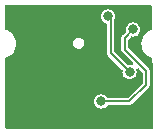
<source format=gbl>
G04 #@! TF.GenerationSoftware,KiCad,Pcbnew,6.0.4-6f826c9f35~116~ubuntu18.04.1*
G04 #@! TF.CreationDate,2022-05-30T12:34:47+02:00*
G04 #@! TF.ProjectId,Micro_43432,4d696372-6f5f-4343-9334-33322e6b6963,rev?*
G04 #@! TF.SameCoordinates,Original*
G04 #@! TF.FileFunction,Copper,L2,Bot*
G04 #@! TF.FilePolarity,Positive*
%FSLAX46Y46*%
G04 Gerber Fmt 4.6, Leading zero omitted, Abs format (unit mm)*
G04 Created by KiCad (PCBNEW 6.0.4-6f826c9f35~116~ubuntu18.04.1) date 2022-05-30 12:34:47*
%MOMM*%
%LPD*%
G01*
G04 APERTURE LIST*
G04 #@! TA.AperFunction,ViaPad*
%ADD10C,0.800000*%
G04 #@! TD*
G04 #@! TA.AperFunction,Conductor*
%ADD11C,0.200000*%
G04 #@! TD*
G04 APERTURE END LIST*
D10*
X136400000Y-74000000D03*
X139100000Y-67900000D03*
X139500000Y-72300000D03*
X137000000Y-66800000D03*
X138800000Y-71500000D03*
X131700000Y-67700000D03*
X139500000Y-66800000D03*
X129600000Y-70200000D03*
X134564501Y-75900000D03*
D11*
X137200000Y-67000000D02*
X137200000Y-69900000D01*
X137000000Y-66800000D02*
X137200000Y-67000000D01*
X137200000Y-69900000D02*
X138800000Y-71500000D01*
X140199511Y-71399511D02*
X138400000Y-69600000D01*
X136400000Y-74000000D02*
X138789259Y-74000000D01*
X138789259Y-74000000D02*
X140199511Y-72589748D01*
X138400000Y-68600000D02*
X139100000Y-67900000D01*
X138400000Y-69600000D02*
X138400000Y-68600000D01*
X140199511Y-72589748D02*
X140199511Y-71399511D01*
G04 #@! TA.AperFunction,Conductor*
G36*
X140643266Y-65820002D02*
G01*
X140689759Y-65873658D01*
X140701140Y-65924849D01*
X140718516Y-67827455D01*
X140718582Y-67834721D01*
X140699203Y-67903022D01*
X140645974Y-67950003D01*
X140625200Y-67957578D01*
X140609529Y-67961777D01*
X140593146Y-67966167D01*
X140593144Y-67966168D01*
X140587836Y-67967590D01*
X140582855Y-67969913D01*
X140582854Y-67969913D01*
X140402444Y-68054039D01*
X140402439Y-68054042D01*
X140397457Y-68056365D01*
X140343555Y-68094108D01*
X140270070Y-68145563D01*
X140225386Y-68176851D01*
X140076851Y-68325386D01*
X140073694Y-68329894D01*
X140073692Y-68329897D01*
X140050835Y-68362540D01*
X139956365Y-68497457D01*
X139954042Y-68502439D01*
X139954039Y-68502444D01*
X139896232Y-68626413D01*
X139867590Y-68687836D01*
X139866168Y-68693144D01*
X139866167Y-68693146D01*
X139835692Y-68806880D01*
X139813222Y-68890739D01*
X139794914Y-69100000D01*
X139813222Y-69309261D01*
X139814646Y-69314574D01*
X139814646Y-69314576D01*
X139864264Y-69499750D01*
X139867590Y-69512164D01*
X139869913Y-69517145D01*
X139869913Y-69517146D01*
X139954039Y-69697556D01*
X139954042Y-69697561D01*
X139956365Y-69702543D01*
X140007471Y-69775529D01*
X140071496Y-69866966D01*
X140076851Y-69874614D01*
X140225386Y-70023149D01*
X140229894Y-70026306D01*
X140229897Y-70026308D01*
X140280711Y-70061888D01*
X140397457Y-70143635D01*
X140402439Y-70145958D01*
X140402444Y-70145961D01*
X140582854Y-70230087D01*
X140587836Y-70232410D01*
X140593144Y-70233832D01*
X140593146Y-70233833D01*
X140622446Y-70241684D01*
X140648344Y-70248623D01*
X140708967Y-70285575D01*
X140739988Y-70349435D01*
X140741728Y-70369174D01*
X140747469Y-70997856D01*
X140750735Y-71355515D01*
X140731356Y-71423816D01*
X140726312Y-71428268D01*
X140746907Y-71460313D01*
X140752006Y-71494660D01*
X140780408Y-74604604D01*
X140794725Y-76172349D01*
X140775346Y-76240650D01*
X140722117Y-76287631D01*
X140668730Y-76299500D01*
X128376000Y-76299500D01*
X128307879Y-76279498D01*
X128261386Y-76225842D01*
X128250000Y-76173500D01*
X128250000Y-74000000D01*
X135794318Y-74000000D01*
X135814956Y-74156762D01*
X135875464Y-74302841D01*
X135971718Y-74428282D01*
X136097159Y-74524536D01*
X136243238Y-74585044D01*
X136400000Y-74605682D01*
X136408188Y-74604604D01*
X136548574Y-74586122D01*
X136556762Y-74585044D01*
X136702841Y-74524536D01*
X136828282Y-74428282D01*
X136888507Y-74349796D01*
X136945844Y-74307929D01*
X136988469Y-74300500D01*
X138736893Y-74300500D01*
X138739566Y-74300696D01*
X138744601Y-74302425D01*
X138756223Y-74301989D01*
X138756225Y-74301989D01*
X138793514Y-74300589D01*
X138798240Y-74300500D01*
X138817207Y-74300500D01*
X138821942Y-74299618D01*
X138825468Y-74299390D01*
X138829208Y-74299249D01*
X138856467Y-74298226D01*
X138867152Y-74293636D01*
X138871752Y-74292599D01*
X138883473Y-74289038D01*
X138887876Y-74287339D01*
X138899312Y-74285209D01*
X138920300Y-74272272D01*
X138936670Y-74263769D01*
X138951147Y-74257549D01*
X138951151Y-74257547D01*
X138959322Y-74254036D01*
X138964208Y-74250022D01*
X138966393Y-74247837D01*
X138968656Y-74245785D01*
X138968801Y-74245945D01*
X138977808Y-74238825D01*
X138984703Y-74232573D01*
X138994607Y-74226468D01*
X139011175Y-74204680D01*
X139022369Y-74191861D01*
X140374963Y-72839267D01*
X140376997Y-72837511D01*
X140381780Y-72835173D01*
X140415084Y-72799271D01*
X140418364Y-72795866D01*
X140431759Y-72782471D01*
X140434483Y-72778501D01*
X140436808Y-72775853D01*
X140450001Y-72761630D01*
X140457912Y-72753102D01*
X140462224Y-72742295D01*
X140464743Y-72738310D01*
X140470515Y-72727501D01*
X140472422Y-72723196D01*
X140479004Y-72713602D01*
X140484697Y-72689612D01*
X140490262Y-72672016D01*
X140496097Y-72657390D01*
X140499394Y-72649126D01*
X140500011Y-72642833D01*
X140500011Y-72639751D01*
X140500161Y-72636681D01*
X140500377Y-72636692D01*
X140501709Y-72625317D01*
X140502164Y-72616003D01*
X140504851Y-72604682D01*
X140501162Y-72577575D01*
X140500011Y-72560584D01*
X140500011Y-71495811D01*
X140520013Y-71427690D01*
X140524304Y-71423971D01*
X140504173Y-71393267D01*
X140498829Y-71361392D01*
X140497737Y-71332303D01*
X140493147Y-71321618D01*
X140492110Y-71317018D01*
X140488549Y-71305297D01*
X140486850Y-71300894D01*
X140484720Y-71289458D01*
X140471783Y-71268470D01*
X140463280Y-71252100D01*
X140457060Y-71237623D01*
X140457058Y-71237619D01*
X140453547Y-71229448D01*
X140449533Y-71224562D01*
X140447348Y-71222377D01*
X140445296Y-71220114D01*
X140445456Y-71219969D01*
X140438336Y-71210962D01*
X140432084Y-71204067D01*
X140425979Y-71194163D01*
X140404191Y-71177595D01*
X140391372Y-71166401D01*
X138737405Y-69512434D01*
X138703379Y-69450122D01*
X138700500Y-69423339D01*
X138700500Y-68776661D01*
X138720502Y-68708540D01*
X138737405Y-68687566D01*
X138896375Y-68528596D01*
X138958687Y-68494570D01*
X139001916Y-68492769D01*
X139100000Y-68505682D01*
X139108188Y-68504604D01*
X139142195Y-68500127D01*
X139196717Y-68492949D01*
X139248574Y-68486122D01*
X139256762Y-68485044D01*
X139402841Y-68424536D01*
X139528282Y-68328282D01*
X139533495Y-68321489D01*
X139619509Y-68209392D01*
X139624536Y-68202841D01*
X139685044Y-68056762D01*
X139705682Y-67900000D01*
X139685044Y-67743238D01*
X139624536Y-67597159D01*
X139556059Y-67507918D01*
X139533305Y-67478264D01*
X139528282Y-67471718D01*
X139402841Y-67375464D01*
X139256762Y-67314956D01*
X139100000Y-67294318D01*
X138943238Y-67314956D01*
X138797159Y-67375464D01*
X138671718Y-67471718D01*
X138666695Y-67478264D01*
X138643941Y-67507918D01*
X138575464Y-67597159D01*
X138514956Y-67743238D01*
X138494318Y-67900000D01*
X138495926Y-67912210D01*
X138507231Y-67998084D01*
X138496292Y-68068232D01*
X138471404Y-68103625D01*
X138224548Y-68350481D01*
X138222514Y-68352237D01*
X138217731Y-68354575D01*
X138209819Y-68363104D01*
X138209818Y-68363105D01*
X138184427Y-68390477D01*
X138181147Y-68393882D01*
X138167752Y-68407277D01*
X138165028Y-68411247D01*
X138162703Y-68413895D01*
X138149508Y-68428119D01*
X138149506Y-68428122D01*
X138141599Y-68436646D01*
X138137289Y-68447450D01*
X138134767Y-68451439D01*
X138129006Y-68462227D01*
X138127089Y-68466552D01*
X138120508Y-68476146D01*
X138117822Y-68487465D01*
X138117821Y-68487467D01*
X138114817Y-68500127D01*
X138109252Y-68517724D01*
X138103412Y-68532362D01*
X138100117Y-68540622D01*
X138099500Y-68546915D01*
X138099500Y-68549994D01*
X138099350Y-68553067D01*
X138099134Y-68553056D01*
X138097802Y-68564431D01*
X138097346Y-68573746D01*
X138094660Y-68585066D01*
X138096229Y-68596595D01*
X138096229Y-68596596D01*
X138098349Y-68612173D01*
X138099500Y-68629164D01*
X138099500Y-69547634D01*
X138099304Y-69550307D01*
X138097575Y-69555342D01*
X138098011Y-69566964D01*
X138098011Y-69566966D01*
X138099411Y-69604255D01*
X138099500Y-69608981D01*
X138099500Y-69627948D01*
X138100382Y-69632683D01*
X138100610Y-69636209D01*
X138101774Y-69667208D01*
X138106364Y-69677893D01*
X138107401Y-69682493D01*
X138110962Y-69694214D01*
X138112661Y-69698617D01*
X138114791Y-69710053D01*
X138120895Y-69719955D01*
X138127727Y-69731039D01*
X138136231Y-69747411D01*
X138142451Y-69761888D01*
X138142453Y-69761892D01*
X138145964Y-69770063D01*
X138149978Y-69774949D01*
X138152163Y-69777134D01*
X138154215Y-69779397D01*
X138154055Y-69779542D01*
X138161175Y-69788549D01*
X138167427Y-69795444D01*
X138173532Y-69805348D01*
X138195320Y-69821916D01*
X138208139Y-69833110D01*
X139080970Y-70705941D01*
X139114996Y-70768253D01*
X139109931Y-70839068D01*
X139067384Y-70895904D01*
X139000864Y-70920715D01*
X138961616Y-70916967D01*
X138956762Y-70914956D01*
X138948578Y-70913879D01*
X138948576Y-70913878D01*
X138808188Y-70895396D01*
X138800000Y-70894318D01*
X138701916Y-70907231D01*
X138631768Y-70896292D01*
X138596375Y-70871404D01*
X137537405Y-69812434D01*
X137503379Y-69750122D01*
X137500500Y-69723339D01*
X137500500Y-67176078D01*
X137517381Y-67113077D01*
X137519509Y-67109392D01*
X137524536Y-67102841D01*
X137585044Y-66956762D01*
X137605682Y-66800000D01*
X137585044Y-66643238D01*
X137524536Y-66497159D01*
X137428282Y-66371718D01*
X137302841Y-66275464D01*
X137156762Y-66214956D01*
X137000000Y-66194318D01*
X136843238Y-66214956D01*
X136697159Y-66275464D01*
X136571718Y-66371718D01*
X136475464Y-66497159D01*
X136414956Y-66643238D01*
X136394318Y-66800000D01*
X136414956Y-66956762D01*
X136475464Y-67102841D01*
X136571718Y-67228282D01*
X136697159Y-67324536D01*
X136812481Y-67372304D01*
X136821718Y-67376130D01*
X136876999Y-67420678D01*
X136899500Y-67492539D01*
X136899500Y-69847634D01*
X136899304Y-69850307D01*
X136897575Y-69855342D01*
X136898011Y-69866964D01*
X136898011Y-69866966D01*
X136899411Y-69904255D01*
X136899500Y-69908981D01*
X136899500Y-69927948D01*
X136900382Y-69932683D01*
X136900610Y-69936209D01*
X136901774Y-69967208D01*
X136906364Y-69977893D01*
X136907401Y-69982493D01*
X136910962Y-69994214D01*
X136912661Y-69998617D01*
X136914791Y-70010053D01*
X136924811Y-70026308D01*
X136927727Y-70031039D01*
X136936231Y-70047411D01*
X136942451Y-70061888D01*
X136942453Y-70061892D01*
X136945964Y-70070063D01*
X136949978Y-70074949D01*
X136952163Y-70077134D01*
X136954215Y-70079397D01*
X136954055Y-70079542D01*
X136961175Y-70088549D01*
X136967427Y-70095444D01*
X136973532Y-70105348D01*
X136995320Y-70121916D01*
X137008139Y-70133110D01*
X138171404Y-71296375D01*
X138205430Y-71358687D01*
X138207231Y-71401916D01*
X138194318Y-71500000D01*
X138214956Y-71656762D01*
X138275464Y-71802841D01*
X138371718Y-71928282D01*
X138497159Y-72024536D01*
X138643238Y-72085044D01*
X138800000Y-72105682D01*
X138808188Y-72104604D01*
X138948574Y-72086122D01*
X138956762Y-72085044D01*
X139102841Y-72024536D01*
X139228282Y-71928282D01*
X139324536Y-71802841D01*
X139385044Y-71656762D01*
X139405682Y-71500000D01*
X139392769Y-71401916D01*
X139386122Y-71351424D01*
X139386121Y-71351422D01*
X139385044Y-71343238D01*
X139383299Y-71339025D01*
X139384947Y-71269761D01*
X139424740Y-71210965D01*
X139490004Y-71183016D01*
X139560018Y-71194789D01*
X139594059Y-71219030D01*
X139862106Y-71487077D01*
X139896132Y-71549389D01*
X139899011Y-71576172D01*
X139899011Y-72413087D01*
X139879009Y-72481208D01*
X139862106Y-72502182D01*
X138701693Y-73662595D01*
X138639381Y-73696621D01*
X138612598Y-73699500D01*
X136988469Y-73699500D01*
X136920348Y-73679498D01*
X136888506Y-73650204D01*
X136833305Y-73578264D01*
X136828282Y-73571718D01*
X136702841Y-73475464D01*
X136556762Y-73414956D01*
X136400000Y-73394318D01*
X136243238Y-73414956D01*
X136097159Y-73475464D01*
X135971718Y-73571718D01*
X135875464Y-73697159D01*
X135814956Y-73843238D01*
X135794318Y-74000000D01*
X128250000Y-74000000D01*
X128250000Y-70372545D01*
X128270002Y-70304424D01*
X128323658Y-70257931D01*
X128343386Y-70250839D01*
X128383350Y-70240131D01*
X128406854Y-70233833D01*
X128406856Y-70233832D01*
X128412164Y-70232410D01*
X128417146Y-70230087D01*
X128597556Y-70145961D01*
X128597561Y-70145958D01*
X128602543Y-70143635D01*
X128719289Y-70061888D01*
X128770103Y-70026308D01*
X128770106Y-70026306D01*
X128774614Y-70023149D01*
X128923149Y-69874614D01*
X128928505Y-69866966D01*
X128992529Y-69775529D01*
X129043635Y-69702543D01*
X129045958Y-69697561D01*
X129045961Y-69697556D01*
X129130087Y-69517146D01*
X129130087Y-69517145D01*
X129132410Y-69512164D01*
X129135737Y-69499750D01*
X129185354Y-69314576D01*
X129185354Y-69314574D01*
X129186778Y-69309261D01*
X129205086Y-69100000D01*
X129201292Y-69056631D01*
X134019646Y-69056631D01*
X134020413Y-69062500D01*
X134020809Y-69065528D01*
X134020809Y-69065529D01*
X134021312Y-69069378D01*
X134037306Y-69191686D01*
X134092162Y-69316356D01*
X134097939Y-69323229D01*
X134097940Y-69323230D01*
X134174024Y-69413743D01*
X134179804Y-69420619D01*
X134293187Y-69496093D01*
X134423195Y-69536710D01*
X134559377Y-69539206D01*
X134640293Y-69517146D01*
X134682124Y-69505742D01*
X134682127Y-69505741D01*
X134690786Y-69503380D01*
X134698436Y-69498683D01*
X134698438Y-69498682D01*
X134799206Y-69436811D01*
X134799209Y-69436808D01*
X134806858Y-69432112D01*
X134898261Y-69331131D01*
X134905420Y-69316356D01*
X134953734Y-69216635D01*
X134953734Y-69216634D01*
X134957649Y-69208554D01*
X134974854Y-69106290D01*
X134979441Y-69079030D01*
X134979441Y-69079025D01*
X134980247Y-69074237D01*
X134980390Y-69062500D01*
X134961081Y-68927671D01*
X134904706Y-68803680D01*
X134815796Y-68700496D01*
X134788578Y-68682854D01*
X134709032Y-68631294D01*
X134709030Y-68631293D01*
X134701501Y-68626413D01*
X134692904Y-68623842D01*
X134692902Y-68623841D01*
X134601799Y-68596596D01*
X134571006Y-68587387D01*
X134562030Y-68587332D01*
X134562029Y-68587332D01*
X134505036Y-68586984D01*
X134434804Y-68586555D01*
X134426172Y-68589022D01*
X134312473Y-68621517D01*
X134312471Y-68621518D01*
X134303842Y-68623984D01*
X134188650Y-68696665D01*
X134182707Y-68703394D01*
X134182706Y-68703395D01*
X134118000Y-68776661D01*
X134098487Y-68798755D01*
X134040601Y-68922048D01*
X134019646Y-69056631D01*
X129201292Y-69056631D01*
X129186778Y-68890739D01*
X129164308Y-68806880D01*
X129133833Y-68693146D01*
X129133832Y-68693144D01*
X129132410Y-68687836D01*
X129103768Y-68626413D01*
X129045961Y-68502444D01*
X129045958Y-68502439D01*
X129043635Y-68497457D01*
X128949165Y-68362540D01*
X128926308Y-68329897D01*
X128926306Y-68329894D01*
X128923149Y-68325386D01*
X128774614Y-68176851D01*
X128729931Y-68145563D01*
X128656445Y-68094108D01*
X128602543Y-68056365D01*
X128597561Y-68054042D01*
X128597556Y-68054039D01*
X128417146Y-67969913D01*
X128417145Y-67969913D01*
X128412164Y-67967590D01*
X128406856Y-67966168D01*
X128406854Y-67966167D01*
X128383350Y-67959869D01*
X128343388Y-67949161D01*
X128282766Y-67912210D01*
X128251745Y-67848350D01*
X128250000Y-67827455D01*
X128250000Y-65926000D01*
X128270002Y-65857879D01*
X128323658Y-65811386D01*
X128376000Y-65800000D01*
X140575145Y-65800000D01*
X140643266Y-65820002D01*
G37*
G04 #@! TD.AperFunction*
M02*

</source>
